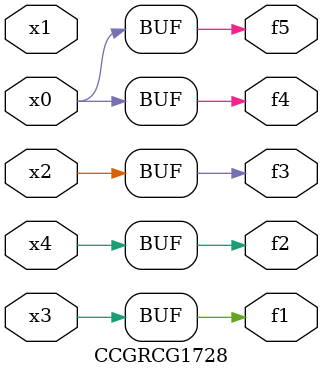
<source format=v>
module CCGRCG1728(
	input x0, x1, x2, x3, x4,
	output f1, f2, f3, f4, f5
);
	assign f1 = x3;
	assign f2 = x4;
	assign f3 = x2;
	assign f4 = x0;
	assign f5 = x0;
endmodule

</source>
